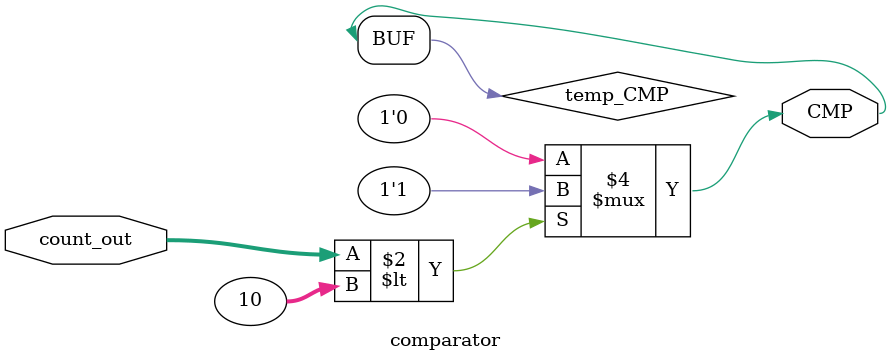
<source format=v>
`timescale 1ns/1ps
module comparator(
    input [3:0] count_out,
    output CMP
);
//parameter N =10 ; // number of interation 
reg temp_CMP;
always @(count_out)
begin
    if(count_out < 'd10)
        temp_CMP = 1;
    else 
        temp_CMP = 0;
end
assign CMP = temp_CMP;
endmodule
</source>
